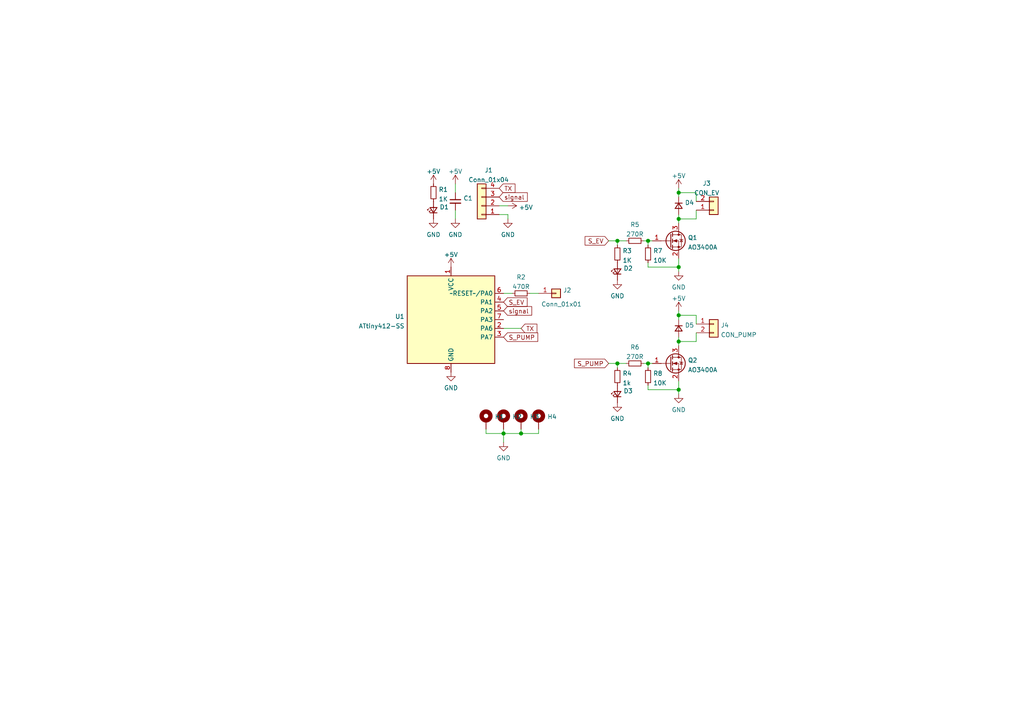
<source format=kicad_sch>
(kicad_sch (version 20231120) (generator "eeschema") (generator_version "8.0")
  (paper "A4")
  (lib_symbols
    (symbol "Connector_Generic:Conn_01x01" (pin_names (offset 1.016) hide)
      (property "Reference" "J" (at 0 2.54 0))
      (property "Value" "Conn_01x01" (at 0 -2.54 0))
      (symbol "Conn_01x01_1_1"
        (rectangle (start -1.27 0.127) (end 0 -0.127) (stroke (width 0.1524)))
        (rectangle (start -1.27 1.27) (end 1.27 -1.27) (stroke (width 0.254)) (fill (type background)))
        (pin passive line (at -5.08 0 0) (length 3.81) (name "Pin_1") (number "1"))
      )
    )
    (symbol "Connector_Generic:Conn_01x02" (pin_names (offset 1.016) hide)
      (property "Reference" "J" (at 0 2.54 0))
      (property "Value" "Conn_01x02" (at 0 -5.08 0))
      (symbol "Conn_01x02_1_1"
        (rectangle (start -1.27 -2.413) (end 0 -2.667) (stroke (width 0.1524)))
        (rectangle (start -1.27 0.127) (end 0 -0.127) (stroke (width 0.1524)))
        (rectangle (start -1.27 1.27) (end 1.27 -3.81) (stroke (width 0.254)) (fill (type background)))
        (pin passive line (at -5.08 0 0) (length 3.81) (name "Pin_1") (number "1"))
        (pin passive line (at -5.08 -2.54 0) (length 3.81) (name "Pin_2") (number "2"))
      )
    )
    (symbol "Connector_Generic:Conn_01x04" (pin_names (offset 1.016) hide)
      (property "Reference" "J" (at 0 5.08 0))
      (property "Value" "Conn_01x04" (at 0 -7.62 0))
      (symbol "Conn_01x04_1_1"
        (rectangle (start -1.27 -4.953) (end 0 -5.207) (stroke (width 0.1524)))
        (rectangle (start -1.27 -2.413) (end 0 -2.667) (stroke (width 0.1524)))
        (rectangle (start -1.27 0.127) (end 0 -0.127) (stroke (width 0.1524)))
        (rectangle (start -1.27 2.667) (end 0 2.413) (stroke (width 0.1524)))
        (rectangle (start -1.27 3.81) (end 1.27 -6.35) (stroke (width 0.254)) (fill (type background)))
        (pin passive line (at -5.08 2.54 0) (length 3.81) (name "Pin_1") (number "1"))
        (pin passive line (at -5.08 0 0) (length 3.81) (name "Pin_2") (number "2"))
        (pin passive line (at -5.08 -2.54 0) (length 3.81) (name "Pin_3") (number "3"))
        (pin passive line (at -5.08 -5.08 0) (length 3.81) (name "Pin_4") (number "4"))
      )
    )
    (symbol "Device:C_Small" (pin_numbers hide) (pin_names (offset 0.254) hide)
      (property "Reference" "C" (at 0.254 1.778 0))
      (property "Value" "C_Small" (at 0.254 -2.032 0))
      (symbol "C_Small_0_1"
        (polyline (pts (xy -1.524 -0.508) (xy 1.524 -0.508)) (stroke (width 0.3302)))
        (polyline (pts (xy -1.524 0.508) (xy 1.524 0.508)) (stroke (width 0.3048)))
      )
      (symbol "C_Small_1_1"
        (pin passive line (at 0 2.54 270) (length 2.032) (name "~") (number "1"))
        (pin passive line (at 0 -2.54 90) (length 2.032) (name "~") (number "2"))
      )
    )
    (symbol "Device:D_Small" (pin_numbers hide) (pin_names (offset 0.254) hide)
      (property "Reference" "D" (at -1.27 2.032 0))
      (property "Value" "D_Small" (at -3.81 -2.032 0))
      (symbol "D_Small_0_1"
        (polyline (pts (xy -0.762 -1.016) (xy -0.762 1.016)) (stroke (width 0.254)))
        (polyline (pts (xy -0.762 0) (xy 0.762 0)))
        (polyline (pts (xy 0.762 -1.016) (xy -0.762 0) (xy 0.762 1.016) (xy 0.762 -1.016)) (stroke (width 0.254)))
      )
      (symbol "D_Small_1_1"
        (pin passive line (at -2.54 0 0) (length 1.778) (name "K") (number "1"))
        (pin passive line (at 2.54 0 180) (length 1.778) (name "A") (number "2"))
      )
    )
    (symbol "Device:LED_Small" (pin_numbers hide) (pin_names (offset 0.254) hide)
      (property "Reference" "D" (at -1.27 3.175 0))
      (property "Value" "LED_Small" (at -4.445 -2.54 0))
      (symbol "LED_Small_0_1"
        (polyline (pts (xy -0.762 -1.016) (xy -0.762 1.016)) (stroke (width 0.254)))
        (polyline (pts (xy 1.016 0) (xy -0.762 0)))
        (polyline (pts (xy 0.762 -1.016) (xy -0.762 0) (xy 0.762 1.016) (xy 0.762 -1.016)) (stroke (width 0.254)))
        (polyline (pts (xy 0 0.762) (xy -0.508 1.27) (xy -0.254 1.27) (xy -0.508 1.27) (xy -0.508 1.016)))
        (polyline (pts (xy 0.508 1.27) (xy 0 1.778) (xy 0.254 1.778) (xy 0 1.778) (xy 0 1.524)))
      )
      (symbol "LED_Small_1_1"
        (pin passive line (at -2.54 0 0) (length 1.778) (name "K") (number "1"))
        (pin passive line (at 2.54 0 180) (length 1.778) (name "A") (number "2"))
      )
    )
    (symbol "Device:R_Small" (pin_numbers hide) (pin_names (offset 0.254) hide)
      (property "Reference" "R" (at 0.762 0.508 0))
      (property "Value" "R_Small" (at 0.762 -1.016 0))
      (symbol "R_Small_0_1"
        (rectangle (start -0.762 1.778) (end 0.762 -1.778) (stroke (width 0.2032)))
      )
      (symbol "R_Small_1_1"
        (pin passive line (at 0 2.54 270) (length 0.762) (name "~") (number "1"))
        (pin passive line (at 0 -2.54 90) (length 0.762) (name "~") (number "2"))
      )
    )
    (symbol "MCU_Microchip_ATtiny:ATtiny412-SS"
      (property "Reference" "U" (at -12.7 13.97 0))
      (property "Value" "ATtiny412-SS" (at 2.54 -13.97 0))
      (symbol "ATtiny412-SS_0_1"
        (rectangle (start -12.7 -12.7) (end 12.7 12.7) (stroke (width 0.254)) (fill (type background)))
      )
      (symbol "ATtiny412-SS_1_1"
        (pin power_in line (at 0 15.24 270) (length 2.54) (name "VCC") (number "1"))
        (pin bidirectional line (at 15.24 -2.54 180) (length 2.54) (name "PA6") (number "2"))
        (pin bidirectional line (at 15.24 -5.08 180) (length 2.54) (name "PA7") (number "3"))
        (pin bidirectional line (at 15.24 5.08 180) (length 2.54) (name "PA1") (number "4"))
        (pin bidirectional line (at 15.24 2.54 180) (length 2.54) (name "PA2") (number "5"))
        (pin bidirectional line (at 15.24 7.62 180) (length 2.54) (name "~RESET~/PA0") (number "6"))
        (pin bidirectional line (at 15.24 0 180) (length 2.54) (name "PA3") (number "7"))
        (pin power_in line (at 0 -15.24 90) (length 2.54) (name "GND") (number "8"))
      )
    )
    (symbol "Mechanical:MountingHole_Pad" (pin_numbers hide) (pin_names (offset 1.016) hide)
      (property "Reference" "H" (at 0 6.35 0))
      (property "Value" "MountingHole_Pad" (at 0 4.445 0))
      (symbol "MountingHole_Pad_0_1"
        (circle (center 0 1.27) (radius 1.27) (stroke (width 1.27)))
      )
      (symbol "MountingHole_Pad_1_1"
        (pin input line (at 0 -2.54 90) (length 2.54) (name "1") (number "1"))
      )
    )
    (symbol "Transistor_FET:AO3400A" (pin_names hide)
      (property "Reference" "Q" (at 5.08 1.905 0))
      (property "Value" "AO3400A" (at 5.08 0 0))
      (symbol "AO3400A_0_1"
        (polyline (pts (xy 0.254 0) (xy -2.54 0)))
        (polyline (pts (xy 0.254 1.905) (xy 0.254 -1.905)) (stroke (width 0.254)))
        (polyline (pts (xy 0.762 -1.27) (xy 0.762 -2.286)) (stroke (width 0.254)))
        (polyline (pts (xy 0.762 0.508) (xy 0.762 -0.508)) (stroke (width 0.254)))
        (polyline (pts (xy 0.762 2.286) (xy 0.762 1.27)) (stroke (width 0.254)))
        (polyline (pts (xy 2.54 2.54) (xy 2.54 1.778)))
        (polyline (pts (xy 2.54 -2.54) (xy 2.54 0) (xy 0.762 0)))
        (polyline (pts (xy 0.762 -1.778) (xy 3.302 -1.778) (xy 3.302 1.778) (xy 0.762 1.778)))
        (polyline (pts (xy 1.016 0) (xy 2.032 0.381) (xy 2.032 -0.381) (xy 1.016 0)) (fill (type outline)))
        (polyline (pts (xy 2.794 0.508) (xy 2.921 0.381) (xy 3.683 0.381) (xy 3.81 0.254)))
        (polyline (pts (xy 3.302 0.381) (xy 2.921 -0.254) (xy 3.683 -0.254) (xy 3.302 0.381)))
        (circle (center 1.651 0) (radius 2.794) (stroke (width 0.254)))
        (circle (center 2.54 -1.778) (radius 0.254) (fill (type outline)))
        (circle (center 2.54 1.778) (radius 0.254) (fill (type outline)))
      )
      (symbol "AO3400A_1_1"
        (pin input line (at -5.08 0 0) (length 2.54) (name "G") (number "1"))
        (pin passive line (at 2.54 -5.08 90) (length 2.54) (name "S") (number "2"))
        (pin passive line (at 2.54 5.08 270) (length 2.54) (name "D") (number "3"))
      )
    )
    (symbol "power:+5V" (power) (pin_names (offset 0))
      (property "Value" "+5V" (at 0 3.556 0))
      (symbol "+5V_0_1"
        (polyline (pts (xy -0.762 1.27) (xy 0 2.54)))
        (polyline (pts (xy 0 0) (xy 0 2.54)))
        (polyline (pts (xy 0 2.54) (xy 0.762 1.27)))
      )
      (symbol "+5V_1_1"
        (pin power_in line (at 0 0 90) (length 0) hide (name "+5V") (number "1"))
      )
    )
    (symbol "power:GND" (power) (pin_names (offset 0))
      (property "Value" "GND" (at 0 -3.81 0))
      (symbol "GND_0_1"
        (polyline (pts (xy 0 0) (xy 0 -1.27) (xy 1.27 -1.27) (xy 0 -2.54) (xy -1.27 -1.27) (xy 0 -1.27)))
      )
      (symbol "GND_1_1"
        (pin power_in line (at 0 0 270) (length 0) hide (name "GND") (number "1"))
      )
    )
  )
  (junction (at 146.05 125.73) (diameter 1.016))
  (junction (at 196.85 113.03) (diameter 1.016))
  (junction (at 187.96 69.85) (diameter 1.016))
  (junction (at 196.85 99.06) (diameter 1.016))
  (junction (at 187.96 105.41) (diameter 1.016))
  (junction (at 196.85 77.47) (diameter 1.016))
  (junction (at 196.85 55.88) (diameter 1.016))
  (junction (at 151.13 125.73) (diameter 1.016))
  (junction (at 179.07 105.41) (diameter 1.016))
  (junction (at 196.85 63.5) (diameter 1.016))
  (junction (at 196.85 91.44) (diameter 1.016))
  (junction (at 179.07 69.85) (diameter 1.016))
  (wire (pts (xy 201.93 91.44) (xy 196.85 91.44)))
  (wire (pts (xy 201.93 93.98) (xy 201.93 91.44)))
  (wire (pts (xy 179.07 69.85) (xy 179.07 71.12)))
  (wire (pts (xy 187.96 105.41) (xy 187.96 106.68)))
  (wire (pts (xy 140.97 124.46) (xy 140.97 125.73)))
  (wire (pts (xy 140.97 125.73) (xy 146.05 125.73)))
  (wire (pts (xy 201.93 55.88) (xy 196.85 55.88)))
  (wire (pts (xy 187.96 111.76) (xy 187.96 113.03)))
  (wire (pts (xy 187.96 113.03) (xy 196.85 113.03)))
  (wire (pts (xy 179.07 105.41) (xy 179.07 106.68)))
  (wire (pts (xy 196.85 90.17) (xy 196.85 91.44)))
  (wire (pts (xy 196.85 91.44) (xy 196.85 92.71)))
  (wire (pts (xy 147.32 62.23) (xy 144.78 62.23)))
  (wire (pts (xy 147.32 63.5) (xy 147.32 62.23)))
  (wire (pts (xy 196.85 63.5) (xy 196.85 64.77)))
  (wire (pts (xy 196.85 97.79) (xy 196.85 99.06)))
  (wire (pts (xy 196.85 99.06) (xy 196.85 100.33)))
  (wire (pts (xy 144.78 59.69) (xy 147.32 59.69)))
  (wire (pts (xy 151.13 124.46) (xy 151.13 125.73)))
  (wire (pts (xy 151.13 125.73) (xy 146.05 125.73)))
  (wire (pts (xy 196.85 55.88) (xy 196.85 57.15)))
  (wire (pts (xy 156.21 85.09) (xy 153.67 85.09)))
  (wire (pts (xy 201.93 60.96) (xy 201.93 63.5)))
  (wire (pts (xy 201.93 96.52) (xy 201.93 99.06)))
  (wire (pts (xy 201.93 99.06) (xy 196.85 99.06)))
  (wire (pts (xy 148.59 85.09) (xy 146.05 85.09)))
  (wire (pts (xy 132.08 53.34) (xy 132.08 55.88)))
  (wire (pts (xy 201.93 58.42) (xy 201.93 55.88)))
  (wire (pts (xy 176.53 69.85) (xy 179.07 69.85)))
  (wire (pts (xy 179.07 69.85) (xy 181.61 69.85)))
  (wire (pts (xy 186.69 105.41) (xy 187.96 105.41)))
  (wire (pts (xy 187.96 105.41) (xy 189.23 105.41)))
  (wire (pts (xy 201.93 63.5) (xy 196.85 63.5)))
  (wire (pts (xy 132.08 60.96) (xy 132.08 63.5)))
  (wire (pts (xy 146.05 124.46) (xy 146.05 125.73)))
  (wire (pts (xy 146.05 125.73) (xy 146.05 128.27)))
  (wire (pts (xy 196.85 110.49) (xy 196.85 113.03)))
  (wire (pts (xy 196.85 113.03) (xy 196.85 114.3)))
  (wire (pts (xy 151.13 125.73) (xy 156.21 125.73)))
  (wire (pts (xy 156.21 125.73) (xy 156.21 124.46)))
  (wire (pts (xy 176.53 105.41) (xy 179.07 105.41)))
  (wire (pts (xy 179.07 105.41) (xy 181.61 105.41)))
  (wire (pts (xy 146.05 95.25) (xy 151.13 95.25)))
  (wire (pts (xy 196.85 74.93) (xy 196.85 77.47)))
  (wire (pts (xy 196.85 77.47) (xy 196.85 78.74)))
  (wire (pts (xy 196.85 62.23) (xy 196.85 63.5)))
  (wire (pts (xy 186.69 69.85) (xy 187.96 69.85)))
  (wire (pts (xy 187.96 69.85) (xy 189.23 69.85)))
  (wire (pts (xy 187.96 76.2) (xy 187.96 77.47)))
  (wire (pts (xy 187.96 77.47) (xy 196.85 77.47)))
  (wire (pts (xy 187.96 69.85) (xy 187.96 71.12)))
  (wire (pts (xy 196.85 54.61) (xy 196.85 55.88)))
  (global_label "TX" (shape input) (at 151.13 95.25 0) (property "Intersheetrefs" "${INTERSHEET_REFS}" (effects (hide yes))))
  (global_label "S_PUMP" (shape input) (at 146.05 97.79 0) (property "Intersheetrefs" "${INTERSHEET_REFS}" (effects (hide yes))))
  (global_label "S_PUMP" (shape input) (at 176.53 105.41 180) (property "Intersheetrefs" "${INTERSHEET_REFS}" (effects (hide yes))))
  (global_label "S_EV" (shape input) (at 146.05 87.63 0) (property "Intersheetrefs" "${INTERSHEET_REFS}" (effects (hide yes))))
  (global_label "S_EV" (shape input) (at 176.53 69.85 180) (property "Intersheetrefs" "${INTERSHEET_REFS}" (effects (hide yes))))
  (global_label "signal" (shape input) (at 146.05 90.17 0) (property "Intersheetrefs" "${INTERSHEET_REFS}" (effects (hide yes))))
  (global_label "TX" (shape input) (at 144.78 54.61 0) (property "Intersheetrefs" "${INTERSHEET_REFS}" (effects (hide yes))))
  (global_label "signal" (shape input) (at 144.78 57.15 0) (property "Intersheetrefs" "${INTERSHEET_REFS}" (effects (hide yes))))
  (symbol (lib_id "Device:R_Small") (at 179.07 109.22 0) (unit 1)
    (property "Reference" "R4" (at 180.5687 108.3115 0) (effects (justify left)))
    (property "Value" "1k" (at 180.5687 111.0866 0) (effects (justify left)))
    (property "Footprint" "Resistor_SMD:R_1206_3216Metric_Pad1.30x1.75mm_HandSolder" (effects (hide yes)))
  )
  (symbol (lib_id "power:GND") (at 196.85 78.74 0) (unit 1)
    (property "Reference" "#PWR0104" (effects (hide yes)))
    (property "Value" "GND" (at 196.85 83.3026 0))
  )
  (symbol (lib_id "Device:LED_Small") (at 125.73 60.96 90) (unit 1)
    (property "Reference" "D1" (at 127.5081 60.0515 90) (effects (justify right)))
    (property "Value" "LED_Small" (effects (hide yes)))
    (property "Footprint" "LED_SMD:LED_1206_3216Metric_Pad1.42x1.75mm_HandSolder" (effects (hide yes)))
  )
  (symbol (lib_id "Device:R_Small") (at 125.73 55.88 0) (unit 1)
    (property "Reference" "R1" (at 127.2287 54.9715 0) (effects (justify left)))
    (property "Value" "1K" (at 127.2287 57.7466 0) (effects (justify left)))
    (property "Footprint" "Resistor_SMD:R_1206_3216Metric_Pad1.30x1.75mm_HandSolder" (effects (hide yes)))
  )
  (symbol (lib_id "power:GND") (at 147.32 63.5 0) (unit 1)
    (property "Reference" "#PWR0108" (effects (hide yes)))
    (property "Value" "GND" (at 147.32 68.0626 0))
  )
  (symbol (lib_id "Connector_Generic:Conn_01x02") (at 207.01 93.98 0) (unit 1)
    (property "Reference" "J4" (at 209.0421 94.3415 0) (effects (justify left)))
    (property "Value" "CON_PUMP" (at 209.0421 97.1166 0) (effects (justify left)))
    (property "Footprint" "BarbaLib:motor-pump-370" (effects (hide yes)))
  )
  (symbol (lib_id "Mechanical:MountingHole_Pad") (at 151.13 121.92 0) (unit 1)
    (property "Reference" "H3" (at 153.6701 120.8845 0) (effects (justify left)))
    (property "Value" "MountingHole_Pad" (effects (hide yes)))
    (property "Footprint" "MountingHole:MountingHole_3.2mm_M3_Pad_Via" (effects (hide yes)))
  )
  (symbol (lib_id "Device:R_Small") (at 184.15 105.41 90) (unit 1)
    (property "Reference" "R6" (at 184.15 100.7068 90))
    (property "Value" "270R" (at 184.15 103.4819 90))
    (property "Footprint" "Resistor_SMD:R_1206_3216Metric_Pad1.30x1.75mm_HandSolder" (effects (hide yes)))
  )
  (symbol (lib_id "Connector_Generic:Conn_01x02") (at 207.01 60.96 0) (mirror x) (unit 1)
    (property "Reference" "J3" (at 204.978 53.1834 0))
    (property "Value" "CON_EV" (at 204.978 55.9585 0))
    (property "Footprint" "BarbaLib:MiniEV" (effects (hide yes)))
  )
  (symbol (lib_id "power:GND") (at 125.73 63.5 0) (unit 1)
    (property "Reference" "#PWR0112" (effects (hide yes)))
    (property "Value" "GND" (at 125.73 68.0626 0))
  )
  (symbol (lib_id "Connector_Generic:Conn_01x04") (at 139.7 59.69 180) (unit 1)
    (property "Reference" "J1" (at 141.732 49.3734 0))
    (property "Value" "Conn_01x04" (at 141.732 52.1485 0))
    (property "Footprint" "Connector_PinHeader_2.54mm:PinHeader_1x04_P2.54mm_Vertical" (effects (hide yes)))
  )
  (symbol (lib_id "Device:R_Small") (at 184.15 69.85 270) (unit 1)
    (property "Reference" "R5" (at 184.15 65.1468 90))
    (property "Value" "270R" (at 184.15 67.9219 90))
    (property "Footprint" "Resistor_SMD:R_1206_3216Metric_Pad1.30x1.75mm_HandSolder" (effects (hide yes)))
  )
  (symbol (lib_id "power:+5V") (at 132.08 53.34 0) (unit 1)
    (property "Reference" "#PWR0111" (effects (hide yes)))
    (property "Value" "+5V" (at 132.08 49.7354 0))
  )
  (symbol (lib_id "power:GND") (at 179.07 116.84 0) (unit 1)
    (property "Reference" "#PWR0101" (effects (hide yes)))
    (property "Value" "GND" (at 179.07 121.4026 0))
  )
  (symbol (lib_id "power:GND") (at 130.81 107.95 0) (unit 1)
    (property "Reference" "#PWR0114" (effects (hide yes)))
    (property "Value" "GND" (at 130.81 112.5126 0))
  )
  (symbol (lib_id "power:GND") (at 132.08 63.5 0) (unit 1)
    (property "Reference" "#PWR0109" (effects (hide yes)))
    (property "Value" "GND" (at 132.08 68.0626 0))
  )
  (symbol (lib_id "power:+5V") (at 130.81 77.47 0) (unit 1)
    (property "Reference" "#PWR0110" (effects (hide yes)))
    (property "Value" "+5V" (at 130.81 73.8654 0))
  )
  (symbol (lib_id "Mechanical:MountingHole_Pad") (at 146.05 121.92 0) (unit 1)
    (property "Reference" "H2" (at 148.5901 120.8845 0) (effects (justify left)))
    (property "Value" "MountingHole_Pad" (effects (hide yes)))
    (property "Footprint" "MountingHole:MountingHole_3.2mm_M3_Pad_Via" (effects (hide yes)))
  )
  (symbol (lib_id "power:GND") (at 146.05 128.27 0) (unit 1)
    (property "Reference" "#PWR0115" (effects (hide yes)))
    (property "Value" "GND" (at 146.05 132.8326 0))
  )
  (symbol (lib_id "Device:R_Small") (at 187.96 73.66 0) (unit 1)
    (property "Reference" "R7" (at 189.4587 72.7515 0) (effects (justify left)))
    (property "Value" "10K" (at 189.4587 75.5266 0) (effects (justify left)))
    (property "Footprint" "Resistor_SMD:R_1206_3216Metric_Pad1.30x1.75mm_HandSolder" (effects (hide yes)))
  )
  (symbol (lib_id "power:+5V") (at 147.32 59.69 270) (unit 1)
    (property "Reference" "#PWR0107" (effects (hide yes)))
    (property "Value" "+5V" (at 150.4951 60.169 90) (effects (justify left)))
  )
  (symbol (lib_id "MCU_Microchip_ATtiny:ATtiny412-SS") (at 130.81 92.71 0) (unit 1)
    (property "Reference" "U1" (at 117.348 91.8015 0) (effects (justify right)))
    (property "Value" "ATtiny412-SS" (at 117.348 94.5766 0) (effects (justify right)))
    (property "Footprint" "Package_SO:SOIC-8_3.9x4.9mm_P1.27mm" (effects (hide yes)))
    (property "Datasheet" "http://ww1.microchip.com/downloads/en/DeviceDoc/40001911A.pdf" (effects (hide yes)))
  )
  (symbol (lib_id "Device:D_Small") (at 196.85 59.69 270) (unit 1)
    (property "Reference" "D4" (at 198.6281 58.7815 90) (effects (justify left)))
    (property "Value" "D_Small" (effects (hide yes)))
    (property "Footprint" "Diode_SMD:D_SMA_Handsoldering" (effects (hide yes)))
  )
  (symbol (lib_id "Device:LED_Small") (at 179.07 78.74 90) (unit 1)
    (property "Reference" "D2" (at 180.8481 77.8315 90) (effects (justify right)))
    (property "Value" "LED_Small" (effects (hide yes)))
    (property "Footprint" "LED_SMD:LED_1206_3216Metric_Pad1.42x1.75mm_HandSolder" (effects (hide yes)))
  )
  (symbol (lib_id "Mechanical:MountingHole_Pad") (at 156.21 121.92 0) (unit 1)
    (property "Reference" "H4" (at 158.7501 120.8845 0) (effects (justify left)))
    (property "Value" "MountingHole_Pad" (effects (hide yes)))
    (property "Footprint" "MountingHole:MountingHole_3.2mm_M3_Pad_Via" (effects (hide yes)))
  )
  (symbol (lib_id "power:GND") (at 196.85 114.3 0) (unit 1)
    (property "Reference" "#PWR0103" (effects (hide yes)))
    (property "Value" "GND" (at 196.85 118.8626 0))
  )
  (symbol (lib_id "power:GND") (at 179.07 81.28 0) (unit 1)
    (property "Reference" "#PWR0102" (effects (hide yes)))
    (property "Value" "GND" (at 179.07 85.8426 0))
  )
  (symbol (lib_id "Device:R_Small") (at 187.96 109.22 0) (unit 1)
    (property "Reference" "R8" (at 189.4587 108.3115 0) (effects (justify left)))
    (property "Value" "10K" (at 189.4587 111.0866 0) (effects (justify left)))
    (property "Footprint" "Resistor_SMD:R_1206_3216Metric_Pad1.30x1.75mm_HandSolder" (effects (hide yes)))
  )
  (symbol (lib_id "power:+5V") (at 125.73 53.34 0) (unit 1)
    (property "Reference" "#PWR0113" (effects (hide yes)))
    (property "Value" "+5V" (at 125.73 49.7354 0))
  )
  (symbol (lib_id "Transistor_FET:AO3400A") (at 194.31 105.41 0) (unit 1)
    (property "Reference" "Q2" (at 199.5171 104.5015 0) (effects (justify left)))
    (property "Value" "AO3400A" (at 199.5171 107.2766 0) (effects (justify left)))
    (property "Footprint" "Package_TO_SOT_SMD:SOT-23" (effects (hide yes)))
    (property "Datasheet" "http://www.aosmd.com/pdfs/datasheet/AO3400A.pdf" (effects (hide yes)))
  )
  (symbol (lib_id "Device:C_Small") (at 132.08 58.42 0) (unit 1)
    (property "Reference" "C1" (at 134.4042 57.5115 0) (effects (justify left)))
    (property "Value" "C_Small" (effects (hide yes)))
    (property "Footprint" "Capacitor_SMD:C_1206_3216Metric_Pad1.33x1.80mm_HandSolder" (effects (hide yes)))
  )
  (symbol (lib_id "Device:R_Small") (at 151.13 85.09 90) (unit 1)
    (property "Reference" "R2" (at 151.13 80.3868 90))
    (property "Value" "470R" (at 151.13 83.1619 90))
    (property "Footprint" "Resistor_SMD:R_1206_3216Metric_Pad1.30x1.75mm_HandSolder" (effects (hide yes)))
  )
  (symbol (lib_id "Mechanical:MountingHole_Pad") (at 140.97 121.92 0) (unit 1)
    (property "Reference" "H1" (at 143.5101 120.8845 0) (effects (justify left)))
    (property "Value" "MountingHole_Pad" (effects (hide yes)))
    (property "Footprint" "MountingHole:MountingHole_3.2mm_M3_Pad_Via" (effects (hide yes)))
  )
  (symbol (lib_id "Device:D_Small") (at 196.85 95.25 270) (unit 1)
    (property "Reference" "D5" (at 198.6281 94.3415 90) (effects (justify left)))
    (property "Value" "D_Small" (effects (hide yes)))
    (property "Footprint" "Diode_SMD:D_SMA_Handsoldering" (effects (hide yes)))
  )
  (symbol (lib_id "power:+5V") (at 196.85 54.61 0) (unit 1)
    (property "Reference" "#PWR0106" (effects (hide yes)))
    (property "Value" "+5V" (at 196.85 51.0054 0))
  )
  (symbol (lib_id "Device:LED_Small") (at 179.07 114.3 90) (unit 1)
    (property "Reference" "D3" (at 180.8481 113.3915 90) (effects (justify right)))
    (property "Value" "LED_Small" (effects (hide yes)))
    (property "Footprint" "LED_SMD:LED_1206_3216Metric_Pad1.42x1.75mm_HandSolder" (effects (hide yes)))
  )
  (symbol (lib_id "Transistor_FET:AO3400A") (at 194.31 69.85 0) (unit 1)
    (property "Reference" "Q1" (at 199.5171 68.9415 0) (effects (justify left)))
    (property "Value" "AO3400A" (at 199.5171 71.7166 0) (effects (justify left)))
    (property "Footprint" "Package_TO_SOT_SMD:SOT-23" (effects (hide yes)))
    (property "Datasheet" "http://www.aosmd.com/pdfs/datasheet/AO3400A.pdf" (effects (hide yes)))
  )
  (symbol (lib_id "Connector_Generic:Conn_01x01") (at 161.29 85.09 0) (unit 1)
    (property "Reference" "J2" (at 163.3221 84.1815 0) (effects (justify left)))
    (property "Value" "Conn_01x01" (at 156.9721 88.2266 0) (effects (justify left)))
    (property "Footprint" "Connector_PinHeader_2.54mm:PinHeader_1x01_P2.54mm_Vertical" (effects (hide yes)))
  )
  (symbol (lib_id "Device:R_Small") (at 179.07 73.66 0) (unit 1)
    (property "Reference" "R3" (at 180.5687 72.7515 0) (effects (justify left)))
    (property "Value" "1K" (at 180.5687 75.5266 0) (effects (justify left)))
    (property "Footprint" "Resistor_SMD:R_1206_3216Metric_Pad1.30x1.75mm_HandSolder" (effects (hide yes)))
  )
  (symbol (lib_id "power:+5V") (at 196.85 90.17 0) (unit 1)
    (property "Reference" "#PWR0105" (effects (hide yes)))
    (property "Value" "+5V" (at 196.85 86.5654 0))
  )
)
</source>
